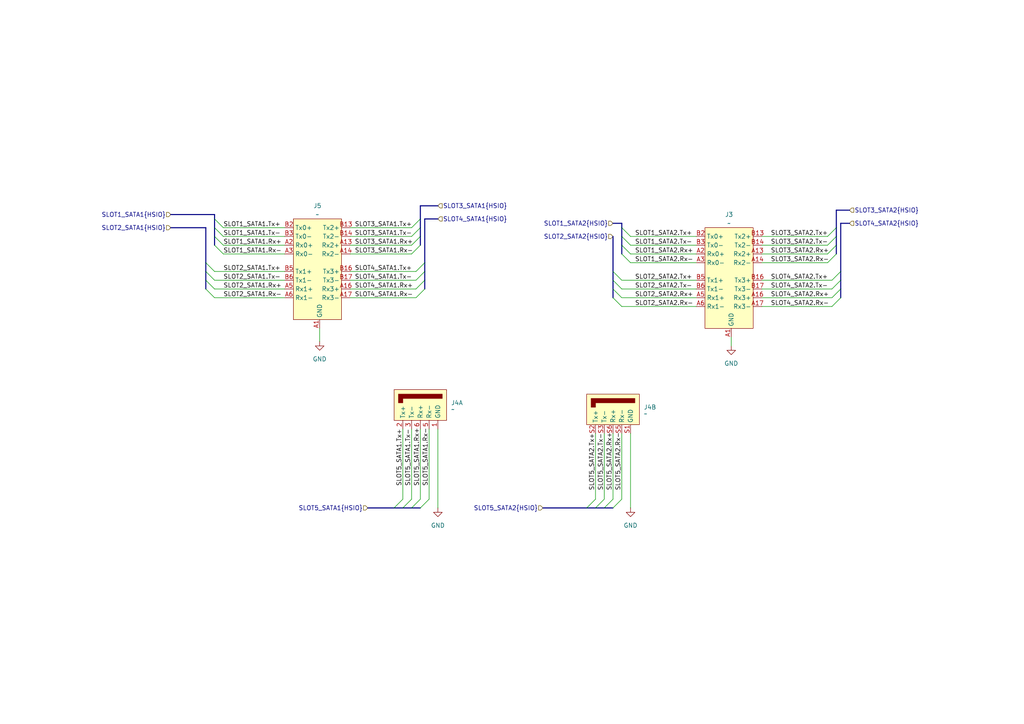
<source format=kicad_sch>
(kicad_sch (version 20250114) (generator "eeschema") (generator_version "9.0")
  (paper "A4")
  (lib_symbols
    (symbol "Custom:SATA_x2_stacked"
      (property "Reference" "J" (at 0 0 0))
      (symbol "SATA_x2_stacked_1_1"
        (rectangle (start -7.62 -1.27) (end 7.62 -10.16) (fill (type background)))
        (polyline (pts (xy -6.35 -2.54) (xy -6.35 -5.08) (xy -5.08 -5.08) (xy -5.08 -3.81) (xy 6.35 -3.81) (xy 6.35 -2.54) (xy -6.35 -2.54)) (fill (type outline)))
        (pin input line (at -5.08 -12.7 90) (length 2.54) (name "Tx+") (number "2"))
        (pin input line (at -2.54 -12.7 90) (length 2.54) (name "Tx-") (number "3"))
        (pin output line (at 0 -12.7 90) (length 2.54) (name "Rx+") (number "6"))
        (pin output line (at 2.54 -12.7 90) (length 2.54) (name "Rx-") (number "5"))
        (pin power_in line (at 5.08 -12.7 90) (length 2.54) (name "GND") (number "1"))
        (pin passive line (at 5.08 -12.7 90) (length 2.54) (hide yes) (name "GND") (number "15"))
        (pin passive line (at 5.08 -12.7 90) (length 2.54) (hide yes) (name "GND") (number "16"))
        (pin passive line (at 5.08 -12.7 90) (length 2.54) (hide yes) (name "GND") (number "4"))
        (pin passive line (at 5.08 -12.7 90) (length 2.54) (hide yes) (name "GND") (number "7"))
      )
      (symbol "SATA_x2_stacked_2_1"
        (rectangle (start -7.62 -1.27) (end 7.62 -10.16) (fill (type background)))
        (polyline (pts (xy -6.35 -2.54) (xy -6.35 -5.08) (xy -5.08 -5.08) (xy -5.08 -3.81) (xy 6.35 -3.81) (xy 6.35 -2.54) (xy -6.35 -2.54)) (fill (type outline)))
        (pin input line (at -5.08 -12.7 90) (length 2.54) (name "Tx+") (number "S2"))
        (pin input line (at -2.54 -12.7 90) (length 2.54) (name "Tx-") (number "S3"))
        (pin output line (at 0 -12.7 90) (length 2.54) (name "Rx+") (number "S6"))
        (pin output line (at 2.54 -12.7 90) (length 2.54) (name "Rx-") (number "S5"))
        (pin power_in line (at 5.08 -12.7 90) (length 2.54) (name "GND") (number "S1"))
        (pin passive line (at 5.08 -12.7 90) (length 2.54) (hide yes) (name "GND") (number "S4"))
        (pin passive line (at 5.08 -12.7 90) (length 2.54) (hide yes) (name "GND") (number "S7"))
      )
    )
    (symbol "Custom:SFF-8087"
      (property "Reference" "J" (at 0 0 0))
      (symbol "SFF-8087_1_1"
        (rectangle (start -7.62 -1.27) (end 6.35 -30.48) (fill (type background)))
        (pin input line (at -10.16 -3.81 0) (length 2.54) (name "Tx0+") (number "B2"))
        (pin input line (at -10.16 -6.35 0) (length 2.54) (name "Tx0-") (number "B3"))
        (pin output line (at -10.16 -8.89 0) (length 2.54) (name "Rx0+") (number "A2"))
        (pin output line (at -10.16 -11.43 0) (length 2.54) (name "Rx0-") (number "A3"))
        (pin input line (at -10.16 -16.51 0) (length 2.54) (name "Tx1+") (number "B5"))
        (pin input line (at -10.16 -19.05 0) (length 2.54) (name "Tx1-") (number "B6"))
        (pin output line (at -10.16 -21.59 0) (length 2.54) (name "Rx1+") (number "A5"))
        (pin output line (at -10.16 -24.13 0) (length 2.54) (name "Rx1-") (number "A6"))
        (pin power_in line (at 0 -33.02 90) (length 2.54) (name "GND") (number "A1"))
        (pin passive line (at 0 -33.02 90) (length 2.54) (hide yes) (name "GND") (number "A12"))
        (pin passive line (at 0 -33.02 90) (length 2.54) (hide yes) (name "GND") (number "A15"))
        (pin passive line (at 0 -33.02 90) (length 2.54) (hide yes) (name "GND") (number "A18"))
        (pin passive line (at 0 -33.02 90) (length 2.54) (hide yes) (name "GND") (number "A4"))
        (pin passive line (at 0 -33.02 90) (length 2.54) (hide yes) (name "GND") (number "A7"))
        (pin passive line (at 0 -33.02 90) (length 2.54) (hide yes) (name "GND") (number "B1"))
        (pin passive line (at 0 -33.02 90) (length 2.54) (hide yes) (name "GND") (number "B12"))
        (pin passive line (at 0 -33.02 90) (length 2.54) (hide yes) (name "GND") (number "B15"))
        (pin passive line (at 0 -33.02 90) (length 2.54) (hide yes) (name "GND") (number "B18"))
        (pin passive line (at 0 -33.02 90) (length 2.54) (hide yes) (name "GND") (number "B4"))
        (pin passive line (at 0 -33.02 90) (length 2.54) (hide yes) (name "GND") (number "B7"))
        (pin passive line (at 0 -33.02 90) (length 2.54) (hide yes) (name "GND") (number "SH"))
        (pin input line (at 8.89 -3.81 180) (length 2.54) (name "Tx2+") (number "B13"))
        (pin input line (at 8.89 -6.35 180) (length 2.54) (name "Tx2-") (number "B14"))
        (pin output line (at 8.89 -8.89 180) (length 2.54) (name "Rx2+") (number "A13"))
        (pin output line (at 8.89 -11.43 180) (length 2.54) (name "Rx2-") (number "A14"))
        (pin input line (at 8.89 -16.51 180) (length 2.54) (name "Tx3+") (number "B16"))
        (pin input line (at 8.89 -19.05 180) (length 2.54) (name "Tx3-") (number "B17"))
        (pin output line (at 8.89 -21.59 180) (length 2.54) (name "Rx3+") (number "A16"))
        (pin output line (at 8.89 -24.13 180) (length 2.54) (name "Rx3-") (number "A17"))
        (pin no_connect line (at 16.51 -3.81 180) (length 2.54) (hide yes) (name "") (number "B8"))
        (pin no_connect line (at 16.51 -6.35 180) (length 2.54) (hide yes) (name "") (number "B9"))
        (pin no_connect line (at 16.51 -8.89 180) (length 2.54) (hide yes) (name "") (number "B10"))
        (pin no_connect line (at 16.51 -11.43 180) (length 2.54) (hide yes) (name "") (number "B11"))
        (pin no_connect line (at 16.51 -13.97 180) (length 2.54) (hide yes) (name "") (number "A8"))
        (pin no_connect line (at 16.51 -16.51 180) (length 2.54) (hide yes) (name "") (number "A9"))
        (pin no_connect line (at 16.51 -19.05 180) (length 2.54) (hide yes) (name "") (number "A10"))
        (pin no_connect line (at 16.51 -21.59 180) (length 2.54) (hide yes) (name "") (number "A11"))
      )
    )
    (symbol "power:GND" (power) (pin_numbers (hide yes)) (pin_names (offset 0) (hide yes))
      (property "Value" "GND" (at 0 -3.81 0))
      (symbol "GND_0_1"
        (polyline (pts (xy 0 0) (xy 0 -1.27) (xy 1.27 -1.27) (xy 0 -2.54) (xy -1.27 -1.27) (xy 0 -1.27)))
      )
      (symbol "GND_1_1"
        (pin power_in line (at 0 0 270) (length 0) (name "~") (number "1"))
      )
    )
  )
  (bus_alias "HSIO" (members "Tx+" "Tx-" "Rx+" "Rx-"))
  (bus_entry (at 172.72 147.32) (size 2.54 -2.54))
  (bus_entry (at 123.19 81.28) (size -2.54 2.54))
  (bus_entry (at 123.19 78.74) (size -2.54 2.54))
  (bus_entry (at 242.57 71.12) (size -2.54 2.54))
  (bus_entry (at 243.84 81.28) (size -2.54 2.54))
  (bus_entry (at 121.92 63.5) (size -2.54 2.54))
  (bus_entry (at 116.84 147.32) (size 2.54 -2.54))
  (bus_entry (at 170.18 147.32) (size 2.54 -2.54))
  (bus_entry (at 59.69 81.28) (size 2.54 2.54))
  (bus_entry (at 243.84 86.36) (size -2.54 2.54))
  (bus_entry (at 175.26 147.32) (size 2.54 -2.54))
  (bus_entry (at 62.23 68.58) (size 2.54 2.54))
  (bus_entry (at 62.23 63.5) (size 2.54 2.54))
  (bus_entry (at 242.57 73.66) (size -2.54 2.54))
  (bus_entry (at 62.23 71.12) (size 2.54 2.54))
  (bus_entry (at 59.69 83.82) (size 2.54 2.54))
  (bus_entry (at 177.8 147.32) (size 2.54 -2.54))
  (bus_entry (at 59.69 76.2) (size 2.54 2.54))
  (bus_entry (at 114.3 147.32) (size 2.54 -2.54))
  (bus_entry (at 62.23 66.04) (size 2.54 2.54))
  (bus_entry (at 242.57 66.04) (size -2.54 2.54))
  (bus_entry (at 180.34 71.12) (size 2.54 2.54))
  (bus_entry (at 243.84 78.74) (size -2.54 2.54))
  (bus_entry (at 121.92 66.04) (size -2.54 2.54))
  (bus_entry (at 123.19 83.82) (size -2.54 2.54))
  (bus_entry (at 243.84 83.82) (size -2.54 2.54))
  (bus_entry (at 119.38 147.32) (size 2.54 -2.54))
  (bus_entry (at 180.34 66.04) (size 2.54 2.54))
  (bus_entry (at 123.19 76.2) (size -2.54 2.54))
  (bus_entry (at 121.92 71.12) (size -2.54 2.54))
  (bus_entry (at 177.8 83.82) (size 2.54 2.54))
  (bus_entry (at 180.34 73.66) (size 2.54 2.54))
  (bus_entry (at 242.57 68.58) (size -2.54 2.54))
  (bus_entry (at 180.34 68.58) (size 2.54 2.54))
  (bus_entry (at 177.8 81.28) (size 2.54 2.54))
  (bus_entry (at 121.92 147.32) (size 2.54 -2.54))
  (bus_entry (at 121.92 68.58) (size -2.54 2.54))
  (bus_entry (at 59.69 78.74) (size 2.54 2.54))
  (bus_entry (at 177.8 86.36) (size 2.54 2.54))
  (bus_entry (at 177.8 78.74) (size 2.54 2.54))
  (wire (pts (xy 220.98 86.36) (xy 241.3 86.36)))
  (wire (pts (xy 101.6 78.74) (xy 120.65 78.74)))
  (bus (pts (xy 177.8 78.74) (xy 177.8 81.28)))
  (wire (pts (xy 101.6 68.58) (xy 119.38 68.58)))
  (wire (pts (xy 180.34 83.82) (xy 201.93 83.82)))
  (bus (pts (xy 177.8 64.77) (xy 180.34 64.77)))
  (bus (pts (xy 243.84 81.28) (xy 243.84 83.82)))
  (bus (pts (xy 121.92 59.69) (xy 121.92 63.5)))
  (bus (pts (xy 177.8 68.58) (xy 177.8 78.74)))
  (bus (pts (xy 62.23 68.58) (xy 62.23 71.12)))
  (wire (pts (xy 175.26 125.73) (xy 175.26 144.78)))
  (wire (pts (xy 64.77 66.04) (xy 82.55 66.04)))
  (wire (pts (xy 220.98 88.9) (xy 241.3 88.9)))
  (wire (pts (xy 101.6 71.12) (xy 119.38 71.12)))
  (bus (pts (xy 242.57 71.12) (xy 242.57 73.66)))
  (wire (pts (xy 220.98 73.66) (xy 240.03 73.66)))
  (wire (pts (xy 180.34 81.28) (xy 201.93 81.28)))
  (wire (pts (xy 180.34 88.9) (xy 201.93 88.9)))
  (wire (pts (xy 62.23 86.36) (xy 82.55 86.36)))
  (wire (pts (xy 220.98 68.58) (xy 240.03 68.58)))
  (bus (pts (xy 246.38 64.77) (xy 243.84 64.77)))
  (bus (pts (xy 177.8 83.82) (xy 177.8 86.36)))
  (wire (pts (xy 121.92 124.46) (xy 121.92 144.78)))
  (wire (pts (xy 127 124.46) (xy 127 147.32)))
  (wire (pts (xy 180.34 86.36) (xy 201.93 86.36)))
  (bus (pts (xy 180.34 64.77) (xy 180.34 66.04)))
  (wire (pts (xy 182.88 73.66) (xy 201.93 73.66)))
  (bus (pts (xy 180.34 71.12) (xy 180.34 73.66)))
  (wire (pts (xy 182.88 71.12) (xy 201.93 71.12)))
  (bus (pts (xy 123.19 81.28) (xy 123.19 83.82)))
  (bus (pts (xy 170.18 147.32) (xy 172.72 147.32)))
  (bus (pts (xy 119.38 147.32) (xy 121.92 147.32)))
  (bus (pts (xy 121.92 66.04) (xy 121.92 68.58)))
  (wire (pts (xy 124.46 124.46) (xy 124.46 144.78)))
  (bus (pts (xy 242.57 66.04) (xy 242.57 68.58)))
  (bus (pts (xy 62.23 63.5) (xy 62.23 66.04)))
  (wire (pts (xy 220.98 81.28) (xy 241.3 81.28)))
  (wire (pts (xy 116.84 124.46) (xy 116.84 144.78)))
  (bus (pts (xy 123.19 63.5) (xy 123.19 76.2)))
  (bus (pts (xy 123.19 76.2) (xy 123.19 78.74)))
  (bus (pts (xy 123.19 63.5) (xy 127 63.5)))
  (wire (pts (xy 177.8 125.73) (xy 177.8 144.78)))
  (bus (pts (xy 49.53 62.23) (xy 62.23 62.23)))
  (bus (pts (xy 180.34 68.58) (xy 180.34 71.12)))
  (bus (pts (xy 123.19 78.74) (xy 123.19 81.28)))
  (wire (pts (xy 182.88 68.58) (xy 201.93 68.58)))
  (wire (pts (xy 62.23 78.74) (xy 82.55 78.74)))
  (bus (pts (xy 127 59.69) (xy 121.92 59.69)))
  (wire (pts (xy 62.23 83.82) (xy 82.55 83.82)))
  (bus (pts (xy 114.3 147.32) (xy 116.84 147.32)))
  (wire (pts (xy 64.77 71.12) (xy 82.55 71.12)))
  (wire (pts (xy 101.6 66.04) (xy 119.38 66.04)))
  (wire (pts (xy 220.98 83.82) (xy 241.3 83.82)))
  (bus (pts (xy 62.23 62.23) (xy 62.23 63.5)))
  (wire (pts (xy 220.98 71.12) (xy 240.03 71.12)))
  (bus (pts (xy 175.26 147.32) (xy 177.8 147.32)))
  (bus (pts (xy 242.57 60.96) (xy 242.57 66.04)))
  (bus (pts (xy 59.69 81.28) (xy 59.69 83.82)))
  (bus (pts (xy 106.68 147.32) (xy 114.3 147.32)))
  (wire (pts (xy 182.88 125.73) (xy 182.88 147.32)))
  (bus (pts (xy 243.84 78.74) (xy 243.84 81.28)))
  (wire (pts (xy 119.38 124.46) (xy 119.38 144.78)))
  (bus (pts (xy 243.84 64.77) (xy 243.84 78.74)))
  (bus (pts (xy 242.57 68.58) (xy 242.57 71.12)))
  (bus (pts (xy 116.84 147.32) (xy 119.38 147.32)))
  (bus (pts (xy 246.38 60.96) (xy 242.57 60.96)))
  (bus (pts (xy 172.72 147.32) (xy 175.26 147.32)))
  (bus (pts (xy 180.34 66.04) (xy 180.34 68.58)))
  (wire (pts (xy 182.88 76.2) (xy 201.93 76.2)))
  (bus (pts (xy 49.53 66.04) (xy 59.69 66.04)))
  (bus (pts (xy 59.69 78.74) (xy 59.69 81.28)))
  (wire (pts (xy 101.6 86.36) (xy 120.65 86.36)))
  (bus (pts (xy 177.8 81.28) (xy 177.8 83.82)))
  (wire (pts (xy 101.6 83.82) (xy 120.65 83.82)))
  (bus (pts (xy 121.92 63.5) (xy 121.92 66.04)))
  (wire (pts (xy 92.71 95.25) (xy 92.71 99.06)))
  (wire (pts (xy 64.77 68.58) (xy 82.55 68.58)))
  (wire (pts (xy 172.72 125.73) (xy 172.72 144.78)))
  (bus (pts (xy 59.69 76.2) (xy 59.69 78.74)))
  (bus (pts (xy 243.84 83.82) (xy 243.84 86.36)))
  (wire (pts (xy 101.6 81.28) (xy 120.65 81.28)))
  (wire (pts (xy 180.34 125.73) (xy 180.34 144.78)))
  (bus (pts (xy 121.92 68.58) (xy 121.92 71.12)))
  (wire (pts (xy 62.23 81.28) (xy 82.55 81.28)))
  (wire (pts (xy 101.6 73.66) (xy 119.38 73.66)))
  (bus (pts (xy 62.23 66.04) (xy 62.23 68.58)))
  (wire (pts (xy 220.98 76.2) (xy 240.03 76.2)))
  (wire (pts (xy 64.77 73.66) (xy 82.55 73.66)))
  (bus (pts (xy 157.48 147.32) (xy 170.18 147.32)))
  (wire (pts (xy 212.09 97.79) (xy 212.09 100.33)))
  (bus (pts (xy 59.69 66.04) (xy 59.69 76.2)))
  (label "SLOT5_SATA1.Rx-" (at 124.46 140.97 90))
  (label "SLOT4_SATA2.Tx-" (at 223.52 83.82 0))
  (label "SLOT5_SATA2.Tx-" (at 175.26 142.24 90))
  (label "SLOT2_SATA2.Rx+" (at 184.15 86.36 0))
  (label "SLOT5_SATA2.Tx+" (at 172.72 142.24 90))
  (label "SLOT5_SATA1.Rx+" (at 121.92 140.97 90))
  (label "SLOT2_SATA2.Tx+" (at 184.15 81.28 0))
  (label "SLOT3_SATA2.Tx-" (at 223.52 71.12 0))
  (label "SLOT5_SATA1.Tx+" (at 116.84 140.97 90))
  (label "SLOT5_SATA2.Rx-" (at 180.34 142.24 90))
  (label "SLOT1_SATA1.Tx-" (at 64.77 68.58 0))
  (label "SLOT3_SATA2.Tx+" (at 223.52 68.58 0))
  (label "SLOT2_SATA1.Rx-" (at 64.77 86.36 0))
  (label "SLOT1_SATA1.Rx+" (at 64.77 71.12 0))
  (label "SLOT2_SATA1.Tx+" (at 64.77 78.74 0))
  (label "SLOT4_SATA1.Tx-" (at 102.87 81.28 0))
  (label "SLOT4_SATA2.Rx+" (at 223.52 86.36 0))
  (label "SLOT1_SATA2.Rx-" (at 184.15 76.2 0))
  (label "SLOT4_SATA1.Rx+" (at 102.87 83.82 0))
  (label "SLOT3_SATA1.Tx-" (at 102.87 68.58 0))
  (label "SLOT3_SATA1.Tx+" (at 102.87 66.04 0))
  (label "SLOT2_SATA1.Rx+" (at 64.77 83.82 0))
  (label "SLOT1_SATA2.Rx+" (at 184.15 73.66 0))
  (label "SLOT4_SATA2.Rx-" (at 223.52 88.9 0))
  (label "SLOT1_SATA1.Tx+" (at 64.77 66.04 0))
  (label "SLOT5_SATA2.Rx+" (at 177.8 142.24 90))
  (label "SLOT5_SATA1.Tx-" (at 119.38 140.97 90))
  (label "SLOT3_SATA1.Rx-" (at 102.87 73.66 0))
  (label "SLOT4_SATA1.Tx+" (at 102.87 78.74 0))
  (label "SLOT2_SATA2.Tx-" (at 184.15 83.82 0))
  (label "SLOT1_SATA1.Rx-" (at 64.77 73.66 0))
  (label "SLOT3_SATA1.Rx+" (at 102.87 71.12 0))
  (label "SLOT1_SATA2.Tx-" (at 184.15 71.12 0))
  (label "SLOT2_SATA2.Rx-" (at 184.15 88.9 0))
  (label "SLOT2_SATA1.Tx-" (at 64.77 81.28 0))
  (label "SLOT4_SATA1.Rx-" (at 102.87 86.36 0))
  (label "SLOT3_SATA2.Rx-" (at 223.52 76.2 0))
  (label "SLOT3_SATA2.Rx+" (at 223.52 73.66 0))
  (label "SLOT4_SATA2.Tx+" (at 223.52 81.28 0))
  (label "SLOT1_SATA2.Tx+" (at 184.15 68.58 0))
  (hierarchical_label "SLOT3_SATA1{HSIO}" (shape input) (at 127 59.69 0))
  (hierarchical_label "SLOT3_SATA2{HSIO}" (shape input) (at 246.38 60.96 0))
  (hierarchical_label "SLOT1_SATA2{HSIO}" (shape input) (at 177.8 64.77 180))
  (hierarchical_label "SLOT1_SATA1{HSIO}" (shape input) (at 49.53 62.23 180))
  (hierarchical_label "SLOT2_SATA1{HSIO}" (shape input) (at 49.53 66.04 180))
  (hierarchical_label "SLOT5_SATA1{HSIO}" (shape input) (at 106.68 147.32 180))
  (hierarchical_label "SLOT4_SATA2{HSIO}" (shape input) (at 246.38 64.77 0))
  (hierarchical_label "SLOT5_SATA2{HSIO}" (shape input) (at 157.48 147.32 180))
  (hierarchical_label "SLOT4_SATA1{HSIO}" (shape input) (at 127 63.5 0))
  (hierarchical_label "SLOT2_SATA2{HSIO}" (shape input) (at 177.8 68.58 180))
  (symbol (lib_id "power:GND") (at 182.88 147.32 0) (unit 1)
    (property "Reference" "#PWR0111" (effects (hide yes)))
    (property "Value" "GND" (at 182.88 152.4 0))
    (property "Description" "Power symbol creates a global label with name \"GND\" , ground" (effects (hide yes)))
  )
  (symbol (lib_id "Custom:SFF-8087") (at 92.71 62.23 0) (unit 1)
    (property "Reference" "J5" (at 92.075 59.69 0))
    (property "Value" "~" (at 92.075 62.23 0))
  )
  (symbol (lib_id "power:GND") (at 212.09 100.33 0) (unit 1)
    (property "Reference" "#PWR0112" (effects (hide yes)))
    (property "Value" "GND" (at 212.09 105.41 0))
    (property "Description" "Power symbol creates a global label with name \"GND\" , ground" (effects (hide yes)))
  )
  (symbol (lib_id "Custom:SFF-8087") (at 212.09 64.77 0) (unit 1)
    (property "Reference" "J3" (at 211.455 62.23 0))
    (property "Value" "~" (at 211.455 64.77 0))
  )
  (symbol (lib_id "power:GND") (at 92.71 99.06 0) (unit 1)
    (property "Reference" "#PWR0109" (effects (hide yes)))
    (property "Value" "GND" (at 92.71 104.14 0))
    (property "Description" "Power symbol creates a global label with name \"GND\" , ground" (effects (hide yes)))
  )
  (symbol (lib_id "Custom:SATA_x2_stacked") (at 177.8 113.03 0) (unit 2)
    (property "Reference" "J4" (at 186.69 118.1099 0) (effects (justify left)))
    (property "Value" "~" (at 186.69 120.015 0) (effects (justify left)))
  )
  (symbol (lib_id "power:GND") (at 127 147.32 0) (unit 1)
    (property "Reference" "#PWR0110" (effects (hide yes)))
    (property "Value" "GND" (at 127 152.4 0))
    (property "Description" "Power symbol creates a global label with name \"GND\" , ground" (effects (hide yes)))
  )
  (symbol (lib_id "Custom:SATA_x2_stacked") (at 121.92 111.76 0) (unit 1)
    (property "Reference" "J4" (at 130.81 116.8399 0) (effects (justify left)))
    (property "Value" "~" (at 130.81 118.745 0) (effects (justify left)))
  )
)
</source>
